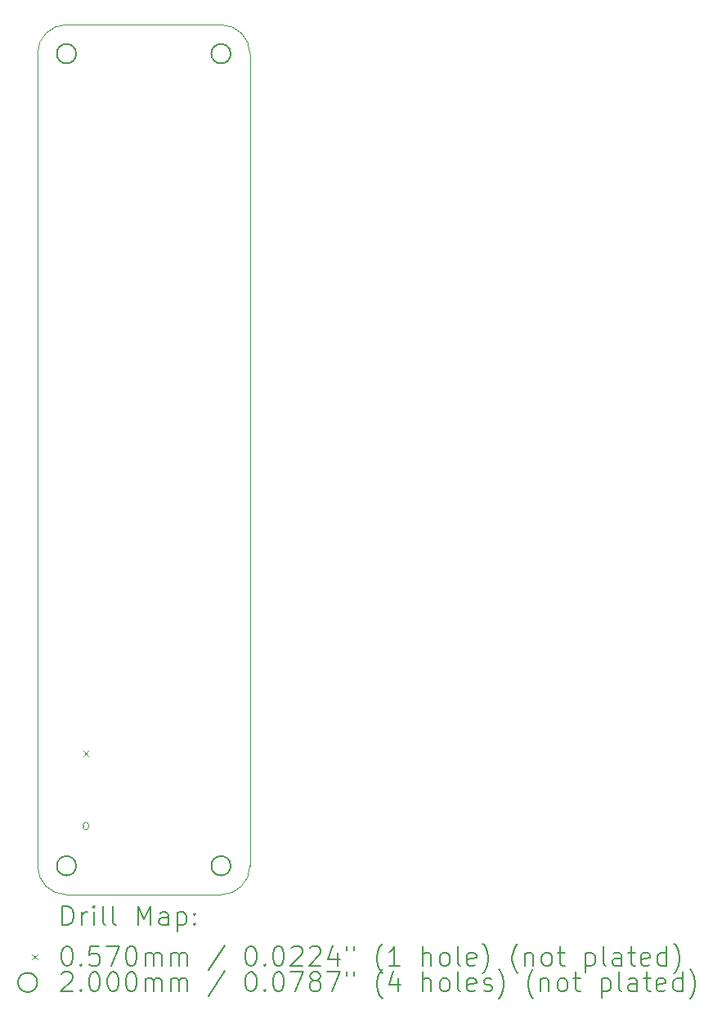
<source format=gbr>
%TF.GenerationSoftware,KiCad,Pcbnew,9.0.5*%
%TF.CreationDate,2025-11-24T11:18:32-05:00*%
%TF.ProjectId,everframe_board,65766572-6672-4616-9d65-5f626f617264,rev?*%
%TF.SameCoordinates,Original*%
%TF.FileFunction,Drillmap*%
%TF.FilePolarity,Positive*%
%FSLAX45Y45*%
G04 Gerber Fmt 4.5, Leading zero omitted, Abs format (unit mm)*
G04 Created by KiCad (PCBNEW 9.0.5) date 2025-11-24 11:18:32*
%MOMM*%
%LPD*%
G01*
G04 APERTURE LIST*
%ADD10C,0.050000*%
%ADD11C,0.010000*%
%ADD12C,0.200000*%
%ADD13C,0.100000*%
G04 APERTURE END LIST*
D10*
X7500000Y-13900000D02*
G75*
G02*
X7200000Y-13600000I0J300000D01*
G01*
X9400000Y-13600000D02*
G75*
G02*
X9100000Y-13900000I-300000J0D01*
G01*
X7200000Y-13600000D02*
X7200000Y-5200000D01*
X9400000Y-5200000D02*
X9400000Y-13600000D01*
X7200000Y-5200000D02*
G75*
G02*
X7500000Y-4900000I300000J0D01*
G01*
X7500000Y-4900000D02*
X9100000Y-4900000D01*
X9100000Y-13900000D02*
X7500000Y-13900000D01*
X9100000Y-4900000D02*
G75*
G02*
X9400000Y-5200000I0J-300000D01*
G01*
D11*
X7671500Y-13180000D02*
X7671500Y-13200000D01*
X7728500Y-13200000D02*
X7728500Y-13180000D01*
X7671500Y-13180000D02*
G75*
G02*
X7700000Y-13151500I28500J0D01*
G01*
X7700000Y-13151500D02*
G75*
G02*
X7728500Y-13180000I0J-28500D01*
G01*
X7700000Y-13228500D02*
G75*
G02*
X7671500Y-13200000I0J28500D01*
G01*
X7728500Y-13200000D02*
G75*
G02*
X7700000Y-13228500I-28500J0D01*
G01*
D12*
D13*
X7671500Y-12411500D02*
X7728500Y-12468500D01*
X7728500Y-12411500D02*
X7671500Y-12468500D01*
D12*
X7600000Y-5200000D02*
G75*
G02*
X7400000Y-5200000I-100000J0D01*
G01*
X7400000Y-5200000D02*
G75*
G02*
X7600000Y-5200000I100000J0D01*
G01*
X7600000Y-13600000D02*
G75*
G02*
X7400000Y-13600000I-100000J0D01*
G01*
X7400000Y-13600000D02*
G75*
G02*
X7600000Y-13600000I100000J0D01*
G01*
X9200000Y-5200000D02*
G75*
G02*
X9000000Y-5200000I-100000J0D01*
G01*
X9000000Y-5200000D02*
G75*
G02*
X9200000Y-5200000I100000J0D01*
G01*
X9200000Y-13600000D02*
G75*
G02*
X9000000Y-13600000I-100000J0D01*
G01*
X9000000Y-13600000D02*
G75*
G02*
X9200000Y-13600000I100000J0D01*
G01*
X7458277Y-14213984D02*
X7458277Y-14013984D01*
X7458277Y-14013984D02*
X7505896Y-14013984D01*
X7505896Y-14013984D02*
X7534467Y-14023508D01*
X7534467Y-14023508D02*
X7553515Y-14042555D01*
X7553515Y-14042555D02*
X7563039Y-14061603D01*
X7563039Y-14061603D02*
X7572562Y-14099698D01*
X7572562Y-14099698D02*
X7572562Y-14128269D01*
X7572562Y-14128269D02*
X7563039Y-14166365D01*
X7563039Y-14166365D02*
X7553515Y-14185412D01*
X7553515Y-14185412D02*
X7534467Y-14204460D01*
X7534467Y-14204460D02*
X7505896Y-14213984D01*
X7505896Y-14213984D02*
X7458277Y-14213984D01*
X7658277Y-14213984D02*
X7658277Y-14080650D01*
X7658277Y-14118746D02*
X7667801Y-14099698D01*
X7667801Y-14099698D02*
X7677324Y-14090174D01*
X7677324Y-14090174D02*
X7696372Y-14080650D01*
X7696372Y-14080650D02*
X7715420Y-14080650D01*
X7782086Y-14213984D02*
X7782086Y-14080650D01*
X7782086Y-14013984D02*
X7772562Y-14023508D01*
X7772562Y-14023508D02*
X7782086Y-14033031D01*
X7782086Y-14033031D02*
X7791610Y-14023508D01*
X7791610Y-14023508D02*
X7782086Y-14013984D01*
X7782086Y-14013984D02*
X7782086Y-14033031D01*
X7905896Y-14213984D02*
X7886848Y-14204460D01*
X7886848Y-14204460D02*
X7877324Y-14185412D01*
X7877324Y-14185412D02*
X7877324Y-14013984D01*
X8010658Y-14213984D02*
X7991610Y-14204460D01*
X7991610Y-14204460D02*
X7982086Y-14185412D01*
X7982086Y-14185412D02*
X7982086Y-14013984D01*
X8239229Y-14213984D02*
X8239229Y-14013984D01*
X8239229Y-14013984D02*
X8305896Y-14156841D01*
X8305896Y-14156841D02*
X8372562Y-14013984D01*
X8372562Y-14013984D02*
X8372562Y-14213984D01*
X8553515Y-14213984D02*
X8553515Y-14109222D01*
X8553515Y-14109222D02*
X8543991Y-14090174D01*
X8543991Y-14090174D02*
X8524944Y-14080650D01*
X8524944Y-14080650D02*
X8486848Y-14080650D01*
X8486848Y-14080650D02*
X8467801Y-14090174D01*
X8553515Y-14204460D02*
X8534467Y-14213984D01*
X8534467Y-14213984D02*
X8486848Y-14213984D01*
X8486848Y-14213984D02*
X8467801Y-14204460D01*
X8467801Y-14204460D02*
X8458277Y-14185412D01*
X8458277Y-14185412D02*
X8458277Y-14166365D01*
X8458277Y-14166365D02*
X8467801Y-14147317D01*
X8467801Y-14147317D02*
X8486848Y-14137793D01*
X8486848Y-14137793D02*
X8534467Y-14137793D01*
X8534467Y-14137793D02*
X8553515Y-14128269D01*
X8648753Y-14080650D02*
X8648753Y-14280650D01*
X8648753Y-14090174D02*
X8667801Y-14080650D01*
X8667801Y-14080650D02*
X8705896Y-14080650D01*
X8705896Y-14080650D02*
X8724944Y-14090174D01*
X8724944Y-14090174D02*
X8734467Y-14099698D01*
X8734467Y-14099698D02*
X8743991Y-14118746D01*
X8743991Y-14118746D02*
X8743991Y-14175888D01*
X8743991Y-14175888D02*
X8734467Y-14194936D01*
X8734467Y-14194936D02*
X8724944Y-14204460D01*
X8724944Y-14204460D02*
X8705896Y-14213984D01*
X8705896Y-14213984D02*
X8667801Y-14213984D01*
X8667801Y-14213984D02*
X8648753Y-14204460D01*
X8829705Y-14194936D02*
X8839229Y-14204460D01*
X8839229Y-14204460D02*
X8829705Y-14213984D01*
X8829705Y-14213984D02*
X8820182Y-14204460D01*
X8820182Y-14204460D02*
X8829705Y-14194936D01*
X8829705Y-14194936D02*
X8829705Y-14213984D01*
X8829705Y-14090174D02*
X8839229Y-14099698D01*
X8839229Y-14099698D02*
X8829705Y-14109222D01*
X8829705Y-14109222D02*
X8820182Y-14099698D01*
X8820182Y-14099698D02*
X8829705Y-14090174D01*
X8829705Y-14090174D02*
X8829705Y-14109222D01*
D13*
X7140500Y-14514000D02*
X7197500Y-14571000D01*
X7197500Y-14514000D02*
X7140500Y-14571000D01*
D12*
X7496372Y-14433984D02*
X7515420Y-14433984D01*
X7515420Y-14433984D02*
X7534467Y-14443508D01*
X7534467Y-14443508D02*
X7543991Y-14453031D01*
X7543991Y-14453031D02*
X7553515Y-14472079D01*
X7553515Y-14472079D02*
X7563039Y-14510174D01*
X7563039Y-14510174D02*
X7563039Y-14557793D01*
X7563039Y-14557793D02*
X7553515Y-14595888D01*
X7553515Y-14595888D02*
X7543991Y-14614936D01*
X7543991Y-14614936D02*
X7534467Y-14624460D01*
X7534467Y-14624460D02*
X7515420Y-14633984D01*
X7515420Y-14633984D02*
X7496372Y-14633984D01*
X7496372Y-14633984D02*
X7477324Y-14624460D01*
X7477324Y-14624460D02*
X7467801Y-14614936D01*
X7467801Y-14614936D02*
X7458277Y-14595888D01*
X7458277Y-14595888D02*
X7448753Y-14557793D01*
X7448753Y-14557793D02*
X7448753Y-14510174D01*
X7448753Y-14510174D02*
X7458277Y-14472079D01*
X7458277Y-14472079D02*
X7467801Y-14453031D01*
X7467801Y-14453031D02*
X7477324Y-14443508D01*
X7477324Y-14443508D02*
X7496372Y-14433984D01*
X7648753Y-14614936D02*
X7658277Y-14624460D01*
X7658277Y-14624460D02*
X7648753Y-14633984D01*
X7648753Y-14633984D02*
X7639229Y-14624460D01*
X7639229Y-14624460D02*
X7648753Y-14614936D01*
X7648753Y-14614936D02*
X7648753Y-14633984D01*
X7839229Y-14433984D02*
X7743991Y-14433984D01*
X7743991Y-14433984D02*
X7734467Y-14529222D01*
X7734467Y-14529222D02*
X7743991Y-14519698D01*
X7743991Y-14519698D02*
X7763039Y-14510174D01*
X7763039Y-14510174D02*
X7810658Y-14510174D01*
X7810658Y-14510174D02*
X7829705Y-14519698D01*
X7829705Y-14519698D02*
X7839229Y-14529222D01*
X7839229Y-14529222D02*
X7848753Y-14548269D01*
X7848753Y-14548269D02*
X7848753Y-14595888D01*
X7848753Y-14595888D02*
X7839229Y-14614936D01*
X7839229Y-14614936D02*
X7829705Y-14624460D01*
X7829705Y-14624460D02*
X7810658Y-14633984D01*
X7810658Y-14633984D02*
X7763039Y-14633984D01*
X7763039Y-14633984D02*
X7743991Y-14624460D01*
X7743991Y-14624460D02*
X7734467Y-14614936D01*
X7915420Y-14433984D02*
X8048753Y-14433984D01*
X8048753Y-14433984D02*
X7963039Y-14633984D01*
X8163039Y-14433984D02*
X8182086Y-14433984D01*
X8182086Y-14433984D02*
X8201134Y-14443508D01*
X8201134Y-14443508D02*
X8210658Y-14453031D01*
X8210658Y-14453031D02*
X8220182Y-14472079D01*
X8220182Y-14472079D02*
X8229705Y-14510174D01*
X8229705Y-14510174D02*
X8229705Y-14557793D01*
X8229705Y-14557793D02*
X8220182Y-14595888D01*
X8220182Y-14595888D02*
X8210658Y-14614936D01*
X8210658Y-14614936D02*
X8201134Y-14624460D01*
X8201134Y-14624460D02*
X8182086Y-14633984D01*
X8182086Y-14633984D02*
X8163039Y-14633984D01*
X8163039Y-14633984D02*
X8143991Y-14624460D01*
X8143991Y-14624460D02*
X8134467Y-14614936D01*
X8134467Y-14614936D02*
X8124943Y-14595888D01*
X8124943Y-14595888D02*
X8115420Y-14557793D01*
X8115420Y-14557793D02*
X8115420Y-14510174D01*
X8115420Y-14510174D02*
X8124943Y-14472079D01*
X8124943Y-14472079D02*
X8134467Y-14453031D01*
X8134467Y-14453031D02*
X8143991Y-14443508D01*
X8143991Y-14443508D02*
X8163039Y-14433984D01*
X8315420Y-14633984D02*
X8315420Y-14500650D01*
X8315420Y-14519698D02*
X8324943Y-14510174D01*
X8324943Y-14510174D02*
X8343991Y-14500650D01*
X8343991Y-14500650D02*
X8372563Y-14500650D01*
X8372563Y-14500650D02*
X8391610Y-14510174D01*
X8391610Y-14510174D02*
X8401134Y-14529222D01*
X8401134Y-14529222D02*
X8401134Y-14633984D01*
X8401134Y-14529222D02*
X8410658Y-14510174D01*
X8410658Y-14510174D02*
X8429705Y-14500650D01*
X8429705Y-14500650D02*
X8458277Y-14500650D01*
X8458277Y-14500650D02*
X8477325Y-14510174D01*
X8477325Y-14510174D02*
X8486848Y-14529222D01*
X8486848Y-14529222D02*
X8486848Y-14633984D01*
X8582086Y-14633984D02*
X8582086Y-14500650D01*
X8582086Y-14519698D02*
X8591610Y-14510174D01*
X8591610Y-14510174D02*
X8610658Y-14500650D01*
X8610658Y-14500650D02*
X8639229Y-14500650D01*
X8639229Y-14500650D02*
X8658277Y-14510174D01*
X8658277Y-14510174D02*
X8667801Y-14529222D01*
X8667801Y-14529222D02*
X8667801Y-14633984D01*
X8667801Y-14529222D02*
X8677325Y-14510174D01*
X8677325Y-14510174D02*
X8696372Y-14500650D01*
X8696372Y-14500650D02*
X8724944Y-14500650D01*
X8724944Y-14500650D02*
X8743991Y-14510174D01*
X8743991Y-14510174D02*
X8753515Y-14529222D01*
X8753515Y-14529222D02*
X8753515Y-14633984D01*
X9143991Y-14424460D02*
X8972563Y-14681603D01*
X9401134Y-14433984D02*
X9420182Y-14433984D01*
X9420182Y-14433984D02*
X9439229Y-14443508D01*
X9439229Y-14443508D02*
X9448753Y-14453031D01*
X9448753Y-14453031D02*
X9458277Y-14472079D01*
X9458277Y-14472079D02*
X9467801Y-14510174D01*
X9467801Y-14510174D02*
X9467801Y-14557793D01*
X9467801Y-14557793D02*
X9458277Y-14595888D01*
X9458277Y-14595888D02*
X9448753Y-14614936D01*
X9448753Y-14614936D02*
X9439229Y-14624460D01*
X9439229Y-14624460D02*
X9420182Y-14633984D01*
X9420182Y-14633984D02*
X9401134Y-14633984D01*
X9401134Y-14633984D02*
X9382087Y-14624460D01*
X9382087Y-14624460D02*
X9372563Y-14614936D01*
X9372563Y-14614936D02*
X9363039Y-14595888D01*
X9363039Y-14595888D02*
X9353515Y-14557793D01*
X9353515Y-14557793D02*
X9353515Y-14510174D01*
X9353515Y-14510174D02*
X9363039Y-14472079D01*
X9363039Y-14472079D02*
X9372563Y-14453031D01*
X9372563Y-14453031D02*
X9382087Y-14443508D01*
X9382087Y-14443508D02*
X9401134Y-14433984D01*
X9553515Y-14614936D02*
X9563039Y-14624460D01*
X9563039Y-14624460D02*
X9553515Y-14633984D01*
X9553515Y-14633984D02*
X9543991Y-14624460D01*
X9543991Y-14624460D02*
X9553515Y-14614936D01*
X9553515Y-14614936D02*
X9553515Y-14633984D01*
X9686848Y-14433984D02*
X9705896Y-14433984D01*
X9705896Y-14433984D02*
X9724944Y-14443508D01*
X9724944Y-14443508D02*
X9734468Y-14453031D01*
X9734468Y-14453031D02*
X9743991Y-14472079D01*
X9743991Y-14472079D02*
X9753515Y-14510174D01*
X9753515Y-14510174D02*
X9753515Y-14557793D01*
X9753515Y-14557793D02*
X9743991Y-14595888D01*
X9743991Y-14595888D02*
X9734468Y-14614936D01*
X9734468Y-14614936D02*
X9724944Y-14624460D01*
X9724944Y-14624460D02*
X9705896Y-14633984D01*
X9705896Y-14633984D02*
X9686848Y-14633984D01*
X9686848Y-14633984D02*
X9667801Y-14624460D01*
X9667801Y-14624460D02*
X9658277Y-14614936D01*
X9658277Y-14614936D02*
X9648753Y-14595888D01*
X9648753Y-14595888D02*
X9639229Y-14557793D01*
X9639229Y-14557793D02*
X9639229Y-14510174D01*
X9639229Y-14510174D02*
X9648753Y-14472079D01*
X9648753Y-14472079D02*
X9658277Y-14453031D01*
X9658277Y-14453031D02*
X9667801Y-14443508D01*
X9667801Y-14443508D02*
X9686848Y-14433984D01*
X9829706Y-14453031D02*
X9839229Y-14443508D01*
X9839229Y-14443508D02*
X9858277Y-14433984D01*
X9858277Y-14433984D02*
X9905896Y-14433984D01*
X9905896Y-14433984D02*
X9924944Y-14443508D01*
X9924944Y-14443508D02*
X9934468Y-14453031D01*
X9934468Y-14453031D02*
X9943991Y-14472079D01*
X9943991Y-14472079D02*
X9943991Y-14491127D01*
X9943991Y-14491127D02*
X9934468Y-14519698D01*
X9934468Y-14519698D02*
X9820182Y-14633984D01*
X9820182Y-14633984D02*
X9943991Y-14633984D01*
X10020182Y-14453031D02*
X10029706Y-14443508D01*
X10029706Y-14443508D02*
X10048753Y-14433984D01*
X10048753Y-14433984D02*
X10096372Y-14433984D01*
X10096372Y-14433984D02*
X10115420Y-14443508D01*
X10115420Y-14443508D02*
X10124944Y-14453031D01*
X10124944Y-14453031D02*
X10134468Y-14472079D01*
X10134468Y-14472079D02*
X10134468Y-14491127D01*
X10134468Y-14491127D02*
X10124944Y-14519698D01*
X10124944Y-14519698D02*
X10010658Y-14633984D01*
X10010658Y-14633984D02*
X10134468Y-14633984D01*
X10305896Y-14500650D02*
X10305896Y-14633984D01*
X10258277Y-14424460D02*
X10210658Y-14567317D01*
X10210658Y-14567317D02*
X10334468Y-14567317D01*
X10401134Y-14433984D02*
X10401134Y-14472079D01*
X10477325Y-14433984D02*
X10477325Y-14472079D01*
X10772563Y-14710174D02*
X10763039Y-14700650D01*
X10763039Y-14700650D02*
X10743991Y-14672079D01*
X10743991Y-14672079D02*
X10734468Y-14653031D01*
X10734468Y-14653031D02*
X10724944Y-14624460D01*
X10724944Y-14624460D02*
X10715420Y-14576841D01*
X10715420Y-14576841D02*
X10715420Y-14538746D01*
X10715420Y-14538746D02*
X10724944Y-14491127D01*
X10724944Y-14491127D02*
X10734468Y-14462555D01*
X10734468Y-14462555D02*
X10743991Y-14443508D01*
X10743991Y-14443508D02*
X10763039Y-14414936D01*
X10763039Y-14414936D02*
X10772563Y-14405412D01*
X10953515Y-14633984D02*
X10839230Y-14633984D01*
X10896372Y-14633984D02*
X10896372Y-14433984D01*
X10896372Y-14433984D02*
X10877325Y-14462555D01*
X10877325Y-14462555D02*
X10858277Y-14481603D01*
X10858277Y-14481603D02*
X10839230Y-14491127D01*
X11191610Y-14633984D02*
X11191610Y-14433984D01*
X11277325Y-14633984D02*
X11277325Y-14529222D01*
X11277325Y-14529222D02*
X11267801Y-14510174D01*
X11267801Y-14510174D02*
X11248753Y-14500650D01*
X11248753Y-14500650D02*
X11220182Y-14500650D01*
X11220182Y-14500650D02*
X11201134Y-14510174D01*
X11201134Y-14510174D02*
X11191610Y-14519698D01*
X11401134Y-14633984D02*
X11382087Y-14624460D01*
X11382087Y-14624460D02*
X11372563Y-14614936D01*
X11372563Y-14614936D02*
X11363039Y-14595888D01*
X11363039Y-14595888D02*
X11363039Y-14538746D01*
X11363039Y-14538746D02*
X11372563Y-14519698D01*
X11372563Y-14519698D02*
X11382087Y-14510174D01*
X11382087Y-14510174D02*
X11401134Y-14500650D01*
X11401134Y-14500650D02*
X11429706Y-14500650D01*
X11429706Y-14500650D02*
X11448753Y-14510174D01*
X11448753Y-14510174D02*
X11458277Y-14519698D01*
X11458277Y-14519698D02*
X11467801Y-14538746D01*
X11467801Y-14538746D02*
X11467801Y-14595888D01*
X11467801Y-14595888D02*
X11458277Y-14614936D01*
X11458277Y-14614936D02*
X11448753Y-14624460D01*
X11448753Y-14624460D02*
X11429706Y-14633984D01*
X11429706Y-14633984D02*
X11401134Y-14633984D01*
X11582087Y-14633984D02*
X11563039Y-14624460D01*
X11563039Y-14624460D02*
X11553515Y-14605412D01*
X11553515Y-14605412D02*
X11553515Y-14433984D01*
X11734468Y-14624460D02*
X11715420Y-14633984D01*
X11715420Y-14633984D02*
X11677325Y-14633984D01*
X11677325Y-14633984D02*
X11658277Y-14624460D01*
X11658277Y-14624460D02*
X11648753Y-14605412D01*
X11648753Y-14605412D02*
X11648753Y-14529222D01*
X11648753Y-14529222D02*
X11658277Y-14510174D01*
X11658277Y-14510174D02*
X11677325Y-14500650D01*
X11677325Y-14500650D02*
X11715420Y-14500650D01*
X11715420Y-14500650D02*
X11734468Y-14510174D01*
X11734468Y-14510174D02*
X11743991Y-14529222D01*
X11743991Y-14529222D02*
X11743991Y-14548269D01*
X11743991Y-14548269D02*
X11648753Y-14567317D01*
X11810658Y-14710174D02*
X11820182Y-14700650D01*
X11820182Y-14700650D02*
X11839230Y-14672079D01*
X11839230Y-14672079D02*
X11848753Y-14653031D01*
X11848753Y-14653031D02*
X11858277Y-14624460D01*
X11858277Y-14624460D02*
X11867801Y-14576841D01*
X11867801Y-14576841D02*
X11867801Y-14538746D01*
X11867801Y-14538746D02*
X11858277Y-14491127D01*
X11858277Y-14491127D02*
X11848753Y-14462555D01*
X11848753Y-14462555D02*
X11839230Y-14443508D01*
X11839230Y-14443508D02*
X11820182Y-14414936D01*
X11820182Y-14414936D02*
X11810658Y-14405412D01*
X12172563Y-14710174D02*
X12163039Y-14700650D01*
X12163039Y-14700650D02*
X12143991Y-14672079D01*
X12143991Y-14672079D02*
X12134468Y-14653031D01*
X12134468Y-14653031D02*
X12124944Y-14624460D01*
X12124944Y-14624460D02*
X12115420Y-14576841D01*
X12115420Y-14576841D02*
X12115420Y-14538746D01*
X12115420Y-14538746D02*
X12124944Y-14491127D01*
X12124944Y-14491127D02*
X12134468Y-14462555D01*
X12134468Y-14462555D02*
X12143991Y-14443508D01*
X12143991Y-14443508D02*
X12163039Y-14414936D01*
X12163039Y-14414936D02*
X12172563Y-14405412D01*
X12248753Y-14500650D02*
X12248753Y-14633984D01*
X12248753Y-14519698D02*
X12258277Y-14510174D01*
X12258277Y-14510174D02*
X12277325Y-14500650D01*
X12277325Y-14500650D02*
X12305896Y-14500650D01*
X12305896Y-14500650D02*
X12324944Y-14510174D01*
X12324944Y-14510174D02*
X12334468Y-14529222D01*
X12334468Y-14529222D02*
X12334468Y-14633984D01*
X12458277Y-14633984D02*
X12439230Y-14624460D01*
X12439230Y-14624460D02*
X12429706Y-14614936D01*
X12429706Y-14614936D02*
X12420182Y-14595888D01*
X12420182Y-14595888D02*
X12420182Y-14538746D01*
X12420182Y-14538746D02*
X12429706Y-14519698D01*
X12429706Y-14519698D02*
X12439230Y-14510174D01*
X12439230Y-14510174D02*
X12458277Y-14500650D01*
X12458277Y-14500650D02*
X12486849Y-14500650D01*
X12486849Y-14500650D02*
X12505896Y-14510174D01*
X12505896Y-14510174D02*
X12515420Y-14519698D01*
X12515420Y-14519698D02*
X12524944Y-14538746D01*
X12524944Y-14538746D02*
X12524944Y-14595888D01*
X12524944Y-14595888D02*
X12515420Y-14614936D01*
X12515420Y-14614936D02*
X12505896Y-14624460D01*
X12505896Y-14624460D02*
X12486849Y-14633984D01*
X12486849Y-14633984D02*
X12458277Y-14633984D01*
X12582087Y-14500650D02*
X12658277Y-14500650D01*
X12610658Y-14433984D02*
X12610658Y-14605412D01*
X12610658Y-14605412D02*
X12620182Y-14624460D01*
X12620182Y-14624460D02*
X12639230Y-14633984D01*
X12639230Y-14633984D02*
X12658277Y-14633984D01*
X12877325Y-14500650D02*
X12877325Y-14700650D01*
X12877325Y-14510174D02*
X12896372Y-14500650D01*
X12896372Y-14500650D02*
X12934468Y-14500650D01*
X12934468Y-14500650D02*
X12953515Y-14510174D01*
X12953515Y-14510174D02*
X12963039Y-14519698D01*
X12963039Y-14519698D02*
X12972563Y-14538746D01*
X12972563Y-14538746D02*
X12972563Y-14595888D01*
X12972563Y-14595888D02*
X12963039Y-14614936D01*
X12963039Y-14614936D02*
X12953515Y-14624460D01*
X12953515Y-14624460D02*
X12934468Y-14633984D01*
X12934468Y-14633984D02*
X12896372Y-14633984D01*
X12896372Y-14633984D02*
X12877325Y-14624460D01*
X13086849Y-14633984D02*
X13067801Y-14624460D01*
X13067801Y-14624460D02*
X13058277Y-14605412D01*
X13058277Y-14605412D02*
X13058277Y-14433984D01*
X13248753Y-14633984D02*
X13248753Y-14529222D01*
X13248753Y-14529222D02*
X13239230Y-14510174D01*
X13239230Y-14510174D02*
X13220182Y-14500650D01*
X13220182Y-14500650D02*
X13182087Y-14500650D01*
X13182087Y-14500650D02*
X13163039Y-14510174D01*
X13248753Y-14624460D02*
X13229706Y-14633984D01*
X13229706Y-14633984D02*
X13182087Y-14633984D01*
X13182087Y-14633984D02*
X13163039Y-14624460D01*
X13163039Y-14624460D02*
X13153515Y-14605412D01*
X13153515Y-14605412D02*
X13153515Y-14586365D01*
X13153515Y-14586365D02*
X13163039Y-14567317D01*
X13163039Y-14567317D02*
X13182087Y-14557793D01*
X13182087Y-14557793D02*
X13229706Y-14557793D01*
X13229706Y-14557793D02*
X13248753Y-14548269D01*
X13315420Y-14500650D02*
X13391611Y-14500650D01*
X13343992Y-14433984D02*
X13343992Y-14605412D01*
X13343992Y-14605412D02*
X13353515Y-14624460D01*
X13353515Y-14624460D02*
X13372563Y-14633984D01*
X13372563Y-14633984D02*
X13391611Y-14633984D01*
X13534468Y-14624460D02*
X13515420Y-14633984D01*
X13515420Y-14633984D02*
X13477325Y-14633984D01*
X13477325Y-14633984D02*
X13458277Y-14624460D01*
X13458277Y-14624460D02*
X13448753Y-14605412D01*
X13448753Y-14605412D02*
X13448753Y-14529222D01*
X13448753Y-14529222D02*
X13458277Y-14510174D01*
X13458277Y-14510174D02*
X13477325Y-14500650D01*
X13477325Y-14500650D02*
X13515420Y-14500650D01*
X13515420Y-14500650D02*
X13534468Y-14510174D01*
X13534468Y-14510174D02*
X13543992Y-14529222D01*
X13543992Y-14529222D02*
X13543992Y-14548269D01*
X13543992Y-14548269D02*
X13448753Y-14567317D01*
X13715420Y-14633984D02*
X13715420Y-14433984D01*
X13715420Y-14624460D02*
X13696373Y-14633984D01*
X13696373Y-14633984D02*
X13658277Y-14633984D01*
X13658277Y-14633984D02*
X13639230Y-14624460D01*
X13639230Y-14624460D02*
X13629706Y-14614936D01*
X13629706Y-14614936D02*
X13620182Y-14595888D01*
X13620182Y-14595888D02*
X13620182Y-14538746D01*
X13620182Y-14538746D02*
X13629706Y-14519698D01*
X13629706Y-14519698D02*
X13639230Y-14510174D01*
X13639230Y-14510174D02*
X13658277Y-14500650D01*
X13658277Y-14500650D02*
X13696373Y-14500650D01*
X13696373Y-14500650D02*
X13715420Y-14510174D01*
X13791611Y-14710174D02*
X13801134Y-14700650D01*
X13801134Y-14700650D02*
X13820182Y-14672079D01*
X13820182Y-14672079D02*
X13829706Y-14653031D01*
X13829706Y-14653031D02*
X13839230Y-14624460D01*
X13839230Y-14624460D02*
X13848753Y-14576841D01*
X13848753Y-14576841D02*
X13848753Y-14538746D01*
X13848753Y-14538746D02*
X13839230Y-14491127D01*
X13839230Y-14491127D02*
X13829706Y-14462555D01*
X13829706Y-14462555D02*
X13820182Y-14443508D01*
X13820182Y-14443508D02*
X13801134Y-14414936D01*
X13801134Y-14414936D02*
X13791611Y-14405412D01*
X7197500Y-14806500D02*
G75*
G02*
X6997500Y-14806500I-100000J0D01*
G01*
X6997500Y-14806500D02*
G75*
G02*
X7197500Y-14806500I100000J0D01*
G01*
X7448753Y-14717031D02*
X7458277Y-14707508D01*
X7458277Y-14707508D02*
X7477324Y-14697984D01*
X7477324Y-14697984D02*
X7524943Y-14697984D01*
X7524943Y-14697984D02*
X7543991Y-14707508D01*
X7543991Y-14707508D02*
X7553515Y-14717031D01*
X7553515Y-14717031D02*
X7563039Y-14736079D01*
X7563039Y-14736079D02*
X7563039Y-14755127D01*
X7563039Y-14755127D02*
X7553515Y-14783698D01*
X7553515Y-14783698D02*
X7439229Y-14897984D01*
X7439229Y-14897984D02*
X7563039Y-14897984D01*
X7648753Y-14878936D02*
X7658277Y-14888460D01*
X7658277Y-14888460D02*
X7648753Y-14897984D01*
X7648753Y-14897984D02*
X7639229Y-14888460D01*
X7639229Y-14888460D02*
X7648753Y-14878936D01*
X7648753Y-14878936D02*
X7648753Y-14897984D01*
X7782086Y-14697984D02*
X7801134Y-14697984D01*
X7801134Y-14697984D02*
X7820182Y-14707508D01*
X7820182Y-14707508D02*
X7829705Y-14717031D01*
X7829705Y-14717031D02*
X7839229Y-14736079D01*
X7839229Y-14736079D02*
X7848753Y-14774174D01*
X7848753Y-14774174D02*
X7848753Y-14821793D01*
X7848753Y-14821793D02*
X7839229Y-14859888D01*
X7839229Y-14859888D02*
X7829705Y-14878936D01*
X7829705Y-14878936D02*
X7820182Y-14888460D01*
X7820182Y-14888460D02*
X7801134Y-14897984D01*
X7801134Y-14897984D02*
X7782086Y-14897984D01*
X7782086Y-14897984D02*
X7763039Y-14888460D01*
X7763039Y-14888460D02*
X7753515Y-14878936D01*
X7753515Y-14878936D02*
X7743991Y-14859888D01*
X7743991Y-14859888D02*
X7734467Y-14821793D01*
X7734467Y-14821793D02*
X7734467Y-14774174D01*
X7734467Y-14774174D02*
X7743991Y-14736079D01*
X7743991Y-14736079D02*
X7753515Y-14717031D01*
X7753515Y-14717031D02*
X7763039Y-14707508D01*
X7763039Y-14707508D02*
X7782086Y-14697984D01*
X7972562Y-14697984D02*
X7991610Y-14697984D01*
X7991610Y-14697984D02*
X8010658Y-14707508D01*
X8010658Y-14707508D02*
X8020182Y-14717031D01*
X8020182Y-14717031D02*
X8029705Y-14736079D01*
X8029705Y-14736079D02*
X8039229Y-14774174D01*
X8039229Y-14774174D02*
X8039229Y-14821793D01*
X8039229Y-14821793D02*
X8029705Y-14859888D01*
X8029705Y-14859888D02*
X8020182Y-14878936D01*
X8020182Y-14878936D02*
X8010658Y-14888460D01*
X8010658Y-14888460D02*
X7991610Y-14897984D01*
X7991610Y-14897984D02*
X7972562Y-14897984D01*
X7972562Y-14897984D02*
X7953515Y-14888460D01*
X7953515Y-14888460D02*
X7943991Y-14878936D01*
X7943991Y-14878936D02*
X7934467Y-14859888D01*
X7934467Y-14859888D02*
X7924943Y-14821793D01*
X7924943Y-14821793D02*
X7924943Y-14774174D01*
X7924943Y-14774174D02*
X7934467Y-14736079D01*
X7934467Y-14736079D02*
X7943991Y-14717031D01*
X7943991Y-14717031D02*
X7953515Y-14707508D01*
X7953515Y-14707508D02*
X7972562Y-14697984D01*
X8163039Y-14697984D02*
X8182086Y-14697984D01*
X8182086Y-14697984D02*
X8201134Y-14707508D01*
X8201134Y-14707508D02*
X8210658Y-14717031D01*
X8210658Y-14717031D02*
X8220182Y-14736079D01*
X8220182Y-14736079D02*
X8229705Y-14774174D01*
X8229705Y-14774174D02*
X8229705Y-14821793D01*
X8229705Y-14821793D02*
X8220182Y-14859888D01*
X8220182Y-14859888D02*
X8210658Y-14878936D01*
X8210658Y-14878936D02*
X8201134Y-14888460D01*
X8201134Y-14888460D02*
X8182086Y-14897984D01*
X8182086Y-14897984D02*
X8163039Y-14897984D01*
X8163039Y-14897984D02*
X8143991Y-14888460D01*
X8143991Y-14888460D02*
X8134467Y-14878936D01*
X8134467Y-14878936D02*
X8124943Y-14859888D01*
X8124943Y-14859888D02*
X8115420Y-14821793D01*
X8115420Y-14821793D02*
X8115420Y-14774174D01*
X8115420Y-14774174D02*
X8124943Y-14736079D01*
X8124943Y-14736079D02*
X8134467Y-14717031D01*
X8134467Y-14717031D02*
X8143991Y-14707508D01*
X8143991Y-14707508D02*
X8163039Y-14697984D01*
X8315420Y-14897984D02*
X8315420Y-14764650D01*
X8315420Y-14783698D02*
X8324943Y-14774174D01*
X8324943Y-14774174D02*
X8343991Y-14764650D01*
X8343991Y-14764650D02*
X8372563Y-14764650D01*
X8372563Y-14764650D02*
X8391610Y-14774174D01*
X8391610Y-14774174D02*
X8401134Y-14793222D01*
X8401134Y-14793222D02*
X8401134Y-14897984D01*
X8401134Y-14793222D02*
X8410658Y-14774174D01*
X8410658Y-14774174D02*
X8429705Y-14764650D01*
X8429705Y-14764650D02*
X8458277Y-14764650D01*
X8458277Y-14764650D02*
X8477325Y-14774174D01*
X8477325Y-14774174D02*
X8486848Y-14793222D01*
X8486848Y-14793222D02*
X8486848Y-14897984D01*
X8582086Y-14897984D02*
X8582086Y-14764650D01*
X8582086Y-14783698D02*
X8591610Y-14774174D01*
X8591610Y-14774174D02*
X8610658Y-14764650D01*
X8610658Y-14764650D02*
X8639229Y-14764650D01*
X8639229Y-14764650D02*
X8658277Y-14774174D01*
X8658277Y-14774174D02*
X8667801Y-14793222D01*
X8667801Y-14793222D02*
X8667801Y-14897984D01*
X8667801Y-14793222D02*
X8677325Y-14774174D01*
X8677325Y-14774174D02*
X8696372Y-14764650D01*
X8696372Y-14764650D02*
X8724944Y-14764650D01*
X8724944Y-14764650D02*
X8743991Y-14774174D01*
X8743991Y-14774174D02*
X8753515Y-14793222D01*
X8753515Y-14793222D02*
X8753515Y-14897984D01*
X9143991Y-14688460D02*
X8972563Y-14945603D01*
X9401134Y-14697984D02*
X9420182Y-14697984D01*
X9420182Y-14697984D02*
X9439229Y-14707508D01*
X9439229Y-14707508D02*
X9448753Y-14717031D01*
X9448753Y-14717031D02*
X9458277Y-14736079D01*
X9458277Y-14736079D02*
X9467801Y-14774174D01*
X9467801Y-14774174D02*
X9467801Y-14821793D01*
X9467801Y-14821793D02*
X9458277Y-14859888D01*
X9458277Y-14859888D02*
X9448753Y-14878936D01*
X9448753Y-14878936D02*
X9439229Y-14888460D01*
X9439229Y-14888460D02*
X9420182Y-14897984D01*
X9420182Y-14897984D02*
X9401134Y-14897984D01*
X9401134Y-14897984D02*
X9382087Y-14888460D01*
X9382087Y-14888460D02*
X9372563Y-14878936D01*
X9372563Y-14878936D02*
X9363039Y-14859888D01*
X9363039Y-14859888D02*
X9353515Y-14821793D01*
X9353515Y-14821793D02*
X9353515Y-14774174D01*
X9353515Y-14774174D02*
X9363039Y-14736079D01*
X9363039Y-14736079D02*
X9372563Y-14717031D01*
X9372563Y-14717031D02*
X9382087Y-14707508D01*
X9382087Y-14707508D02*
X9401134Y-14697984D01*
X9553515Y-14878936D02*
X9563039Y-14888460D01*
X9563039Y-14888460D02*
X9553515Y-14897984D01*
X9553515Y-14897984D02*
X9543991Y-14888460D01*
X9543991Y-14888460D02*
X9553515Y-14878936D01*
X9553515Y-14878936D02*
X9553515Y-14897984D01*
X9686848Y-14697984D02*
X9705896Y-14697984D01*
X9705896Y-14697984D02*
X9724944Y-14707508D01*
X9724944Y-14707508D02*
X9734468Y-14717031D01*
X9734468Y-14717031D02*
X9743991Y-14736079D01*
X9743991Y-14736079D02*
X9753515Y-14774174D01*
X9753515Y-14774174D02*
X9753515Y-14821793D01*
X9753515Y-14821793D02*
X9743991Y-14859888D01*
X9743991Y-14859888D02*
X9734468Y-14878936D01*
X9734468Y-14878936D02*
X9724944Y-14888460D01*
X9724944Y-14888460D02*
X9705896Y-14897984D01*
X9705896Y-14897984D02*
X9686848Y-14897984D01*
X9686848Y-14897984D02*
X9667801Y-14888460D01*
X9667801Y-14888460D02*
X9658277Y-14878936D01*
X9658277Y-14878936D02*
X9648753Y-14859888D01*
X9648753Y-14859888D02*
X9639229Y-14821793D01*
X9639229Y-14821793D02*
X9639229Y-14774174D01*
X9639229Y-14774174D02*
X9648753Y-14736079D01*
X9648753Y-14736079D02*
X9658277Y-14717031D01*
X9658277Y-14717031D02*
X9667801Y-14707508D01*
X9667801Y-14707508D02*
X9686848Y-14697984D01*
X9820182Y-14697984D02*
X9953515Y-14697984D01*
X9953515Y-14697984D02*
X9867801Y-14897984D01*
X10058277Y-14783698D02*
X10039229Y-14774174D01*
X10039229Y-14774174D02*
X10029706Y-14764650D01*
X10029706Y-14764650D02*
X10020182Y-14745603D01*
X10020182Y-14745603D02*
X10020182Y-14736079D01*
X10020182Y-14736079D02*
X10029706Y-14717031D01*
X10029706Y-14717031D02*
X10039229Y-14707508D01*
X10039229Y-14707508D02*
X10058277Y-14697984D01*
X10058277Y-14697984D02*
X10096372Y-14697984D01*
X10096372Y-14697984D02*
X10115420Y-14707508D01*
X10115420Y-14707508D02*
X10124944Y-14717031D01*
X10124944Y-14717031D02*
X10134468Y-14736079D01*
X10134468Y-14736079D02*
X10134468Y-14745603D01*
X10134468Y-14745603D02*
X10124944Y-14764650D01*
X10124944Y-14764650D02*
X10115420Y-14774174D01*
X10115420Y-14774174D02*
X10096372Y-14783698D01*
X10096372Y-14783698D02*
X10058277Y-14783698D01*
X10058277Y-14783698D02*
X10039229Y-14793222D01*
X10039229Y-14793222D02*
X10029706Y-14802746D01*
X10029706Y-14802746D02*
X10020182Y-14821793D01*
X10020182Y-14821793D02*
X10020182Y-14859888D01*
X10020182Y-14859888D02*
X10029706Y-14878936D01*
X10029706Y-14878936D02*
X10039229Y-14888460D01*
X10039229Y-14888460D02*
X10058277Y-14897984D01*
X10058277Y-14897984D02*
X10096372Y-14897984D01*
X10096372Y-14897984D02*
X10115420Y-14888460D01*
X10115420Y-14888460D02*
X10124944Y-14878936D01*
X10124944Y-14878936D02*
X10134468Y-14859888D01*
X10134468Y-14859888D02*
X10134468Y-14821793D01*
X10134468Y-14821793D02*
X10124944Y-14802746D01*
X10124944Y-14802746D02*
X10115420Y-14793222D01*
X10115420Y-14793222D02*
X10096372Y-14783698D01*
X10201134Y-14697984D02*
X10334468Y-14697984D01*
X10334468Y-14697984D02*
X10248753Y-14897984D01*
X10401134Y-14697984D02*
X10401134Y-14736079D01*
X10477325Y-14697984D02*
X10477325Y-14736079D01*
X10772563Y-14974174D02*
X10763039Y-14964650D01*
X10763039Y-14964650D02*
X10743991Y-14936079D01*
X10743991Y-14936079D02*
X10734468Y-14917031D01*
X10734468Y-14917031D02*
X10724944Y-14888460D01*
X10724944Y-14888460D02*
X10715420Y-14840841D01*
X10715420Y-14840841D02*
X10715420Y-14802746D01*
X10715420Y-14802746D02*
X10724944Y-14755127D01*
X10724944Y-14755127D02*
X10734468Y-14726555D01*
X10734468Y-14726555D02*
X10743991Y-14707508D01*
X10743991Y-14707508D02*
X10763039Y-14678936D01*
X10763039Y-14678936D02*
X10772563Y-14669412D01*
X10934468Y-14764650D02*
X10934468Y-14897984D01*
X10886849Y-14688460D02*
X10839230Y-14831317D01*
X10839230Y-14831317D02*
X10963039Y-14831317D01*
X11191610Y-14897984D02*
X11191610Y-14697984D01*
X11277325Y-14897984D02*
X11277325Y-14793222D01*
X11277325Y-14793222D02*
X11267801Y-14774174D01*
X11267801Y-14774174D02*
X11248753Y-14764650D01*
X11248753Y-14764650D02*
X11220182Y-14764650D01*
X11220182Y-14764650D02*
X11201134Y-14774174D01*
X11201134Y-14774174D02*
X11191610Y-14783698D01*
X11401134Y-14897984D02*
X11382087Y-14888460D01*
X11382087Y-14888460D02*
X11372563Y-14878936D01*
X11372563Y-14878936D02*
X11363039Y-14859888D01*
X11363039Y-14859888D02*
X11363039Y-14802746D01*
X11363039Y-14802746D02*
X11372563Y-14783698D01*
X11372563Y-14783698D02*
X11382087Y-14774174D01*
X11382087Y-14774174D02*
X11401134Y-14764650D01*
X11401134Y-14764650D02*
X11429706Y-14764650D01*
X11429706Y-14764650D02*
X11448753Y-14774174D01*
X11448753Y-14774174D02*
X11458277Y-14783698D01*
X11458277Y-14783698D02*
X11467801Y-14802746D01*
X11467801Y-14802746D02*
X11467801Y-14859888D01*
X11467801Y-14859888D02*
X11458277Y-14878936D01*
X11458277Y-14878936D02*
X11448753Y-14888460D01*
X11448753Y-14888460D02*
X11429706Y-14897984D01*
X11429706Y-14897984D02*
X11401134Y-14897984D01*
X11582087Y-14897984D02*
X11563039Y-14888460D01*
X11563039Y-14888460D02*
X11553515Y-14869412D01*
X11553515Y-14869412D02*
X11553515Y-14697984D01*
X11734468Y-14888460D02*
X11715420Y-14897984D01*
X11715420Y-14897984D02*
X11677325Y-14897984D01*
X11677325Y-14897984D02*
X11658277Y-14888460D01*
X11658277Y-14888460D02*
X11648753Y-14869412D01*
X11648753Y-14869412D02*
X11648753Y-14793222D01*
X11648753Y-14793222D02*
X11658277Y-14774174D01*
X11658277Y-14774174D02*
X11677325Y-14764650D01*
X11677325Y-14764650D02*
X11715420Y-14764650D01*
X11715420Y-14764650D02*
X11734468Y-14774174D01*
X11734468Y-14774174D02*
X11743991Y-14793222D01*
X11743991Y-14793222D02*
X11743991Y-14812269D01*
X11743991Y-14812269D02*
X11648753Y-14831317D01*
X11820182Y-14888460D02*
X11839230Y-14897984D01*
X11839230Y-14897984D02*
X11877325Y-14897984D01*
X11877325Y-14897984D02*
X11896372Y-14888460D01*
X11896372Y-14888460D02*
X11905896Y-14869412D01*
X11905896Y-14869412D02*
X11905896Y-14859888D01*
X11905896Y-14859888D02*
X11896372Y-14840841D01*
X11896372Y-14840841D02*
X11877325Y-14831317D01*
X11877325Y-14831317D02*
X11848753Y-14831317D01*
X11848753Y-14831317D02*
X11829706Y-14821793D01*
X11829706Y-14821793D02*
X11820182Y-14802746D01*
X11820182Y-14802746D02*
X11820182Y-14793222D01*
X11820182Y-14793222D02*
X11829706Y-14774174D01*
X11829706Y-14774174D02*
X11848753Y-14764650D01*
X11848753Y-14764650D02*
X11877325Y-14764650D01*
X11877325Y-14764650D02*
X11896372Y-14774174D01*
X11972563Y-14974174D02*
X11982087Y-14964650D01*
X11982087Y-14964650D02*
X12001134Y-14936079D01*
X12001134Y-14936079D02*
X12010658Y-14917031D01*
X12010658Y-14917031D02*
X12020182Y-14888460D01*
X12020182Y-14888460D02*
X12029706Y-14840841D01*
X12029706Y-14840841D02*
X12029706Y-14802746D01*
X12029706Y-14802746D02*
X12020182Y-14755127D01*
X12020182Y-14755127D02*
X12010658Y-14726555D01*
X12010658Y-14726555D02*
X12001134Y-14707508D01*
X12001134Y-14707508D02*
X11982087Y-14678936D01*
X11982087Y-14678936D02*
X11972563Y-14669412D01*
X12334468Y-14974174D02*
X12324944Y-14964650D01*
X12324944Y-14964650D02*
X12305896Y-14936079D01*
X12305896Y-14936079D02*
X12296372Y-14917031D01*
X12296372Y-14917031D02*
X12286849Y-14888460D01*
X12286849Y-14888460D02*
X12277325Y-14840841D01*
X12277325Y-14840841D02*
X12277325Y-14802746D01*
X12277325Y-14802746D02*
X12286849Y-14755127D01*
X12286849Y-14755127D02*
X12296372Y-14726555D01*
X12296372Y-14726555D02*
X12305896Y-14707508D01*
X12305896Y-14707508D02*
X12324944Y-14678936D01*
X12324944Y-14678936D02*
X12334468Y-14669412D01*
X12410658Y-14764650D02*
X12410658Y-14897984D01*
X12410658Y-14783698D02*
X12420182Y-14774174D01*
X12420182Y-14774174D02*
X12439230Y-14764650D01*
X12439230Y-14764650D02*
X12467801Y-14764650D01*
X12467801Y-14764650D02*
X12486849Y-14774174D01*
X12486849Y-14774174D02*
X12496372Y-14793222D01*
X12496372Y-14793222D02*
X12496372Y-14897984D01*
X12620182Y-14897984D02*
X12601134Y-14888460D01*
X12601134Y-14888460D02*
X12591611Y-14878936D01*
X12591611Y-14878936D02*
X12582087Y-14859888D01*
X12582087Y-14859888D02*
X12582087Y-14802746D01*
X12582087Y-14802746D02*
X12591611Y-14783698D01*
X12591611Y-14783698D02*
X12601134Y-14774174D01*
X12601134Y-14774174D02*
X12620182Y-14764650D01*
X12620182Y-14764650D02*
X12648753Y-14764650D01*
X12648753Y-14764650D02*
X12667801Y-14774174D01*
X12667801Y-14774174D02*
X12677325Y-14783698D01*
X12677325Y-14783698D02*
X12686849Y-14802746D01*
X12686849Y-14802746D02*
X12686849Y-14859888D01*
X12686849Y-14859888D02*
X12677325Y-14878936D01*
X12677325Y-14878936D02*
X12667801Y-14888460D01*
X12667801Y-14888460D02*
X12648753Y-14897984D01*
X12648753Y-14897984D02*
X12620182Y-14897984D01*
X12743992Y-14764650D02*
X12820182Y-14764650D01*
X12772563Y-14697984D02*
X12772563Y-14869412D01*
X12772563Y-14869412D02*
X12782087Y-14888460D01*
X12782087Y-14888460D02*
X12801134Y-14897984D01*
X12801134Y-14897984D02*
X12820182Y-14897984D01*
X13039230Y-14764650D02*
X13039230Y-14964650D01*
X13039230Y-14774174D02*
X13058277Y-14764650D01*
X13058277Y-14764650D02*
X13096373Y-14764650D01*
X13096373Y-14764650D02*
X13115420Y-14774174D01*
X13115420Y-14774174D02*
X13124944Y-14783698D01*
X13124944Y-14783698D02*
X13134468Y-14802746D01*
X13134468Y-14802746D02*
X13134468Y-14859888D01*
X13134468Y-14859888D02*
X13124944Y-14878936D01*
X13124944Y-14878936D02*
X13115420Y-14888460D01*
X13115420Y-14888460D02*
X13096373Y-14897984D01*
X13096373Y-14897984D02*
X13058277Y-14897984D01*
X13058277Y-14897984D02*
X13039230Y-14888460D01*
X13248753Y-14897984D02*
X13229706Y-14888460D01*
X13229706Y-14888460D02*
X13220182Y-14869412D01*
X13220182Y-14869412D02*
X13220182Y-14697984D01*
X13410658Y-14897984D02*
X13410658Y-14793222D01*
X13410658Y-14793222D02*
X13401134Y-14774174D01*
X13401134Y-14774174D02*
X13382087Y-14764650D01*
X13382087Y-14764650D02*
X13343992Y-14764650D01*
X13343992Y-14764650D02*
X13324944Y-14774174D01*
X13410658Y-14888460D02*
X13391611Y-14897984D01*
X13391611Y-14897984D02*
X13343992Y-14897984D01*
X13343992Y-14897984D02*
X13324944Y-14888460D01*
X13324944Y-14888460D02*
X13315420Y-14869412D01*
X13315420Y-14869412D02*
X13315420Y-14850365D01*
X13315420Y-14850365D02*
X13324944Y-14831317D01*
X13324944Y-14831317D02*
X13343992Y-14821793D01*
X13343992Y-14821793D02*
X13391611Y-14821793D01*
X13391611Y-14821793D02*
X13410658Y-14812269D01*
X13477325Y-14764650D02*
X13553515Y-14764650D01*
X13505896Y-14697984D02*
X13505896Y-14869412D01*
X13505896Y-14869412D02*
X13515420Y-14888460D01*
X13515420Y-14888460D02*
X13534468Y-14897984D01*
X13534468Y-14897984D02*
X13553515Y-14897984D01*
X13696373Y-14888460D02*
X13677325Y-14897984D01*
X13677325Y-14897984D02*
X13639230Y-14897984D01*
X13639230Y-14897984D02*
X13620182Y-14888460D01*
X13620182Y-14888460D02*
X13610658Y-14869412D01*
X13610658Y-14869412D02*
X13610658Y-14793222D01*
X13610658Y-14793222D02*
X13620182Y-14774174D01*
X13620182Y-14774174D02*
X13639230Y-14764650D01*
X13639230Y-14764650D02*
X13677325Y-14764650D01*
X13677325Y-14764650D02*
X13696373Y-14774174D01*
X13696373Y-14774174D02*
X13705896Y-14793222D01*
X13705896Y-14793222D02*
X13705896Y-14812269D01*
X13705896Y-14812269D02*
X13610658Y-14831317D01*
X13877325Y-14897984D02*
X13877325Y-14697984D01*
X13877325Y-14888460D02*
X13858277Y-14897984D01*
X13858277Y-14897984D02*
X13820182Y-14897984D01*
X13820182Y-14897984D02*
X13801134Y-14888460D01*
X13801134Y-14888460D02*
X13791611Y-14878936D01*
X13791611Y-14878936D02*
X13782087Y-14859888D01*
X13782087Y-14859888D02*
X13782087Y-14802746D01*
X13782087Y-14802746D02*
X13791611Y-14783698D01*
X13791611Y-14783698D02*
X13801134Y-14774174D01*
X13801134Y-14774174D02*
X13820182Y-14764650D01*
X13820182Y-14764650D02*
X13858277Y-14764650D01*
X13858277Y-14764650D02*
X13877325Y-14774174D01*
X13953515Y-14974174D02*
X13963039Y-14964650D01*
X13963039Y-14964650D02*
X13982087Y-14936079D01*
X13982087Y-14936079D02*
X13991611Y-14917031D01*
X13991611Y-14917031D02*
X14001134Y-14888460D01*
X14001134Y-14888460D02*
X14010658Y-14840841D01*
X14010658Y-14840841D02*
X14010658Y-14802746D01*
X14010658Y-14802746D02*
X14001134Y-14755127D01*
X14001134Y-14755127D02*
X13991611Y-14726555D01*
X13991611Y-14726555D02*
X13982087Y-14707508D01*
X13982087Y-14707508D02*
X13963039Y-14678936D01*
X13963039Y-14678936D02*
X13953515Y-14669412D01*
M02*

</source>
